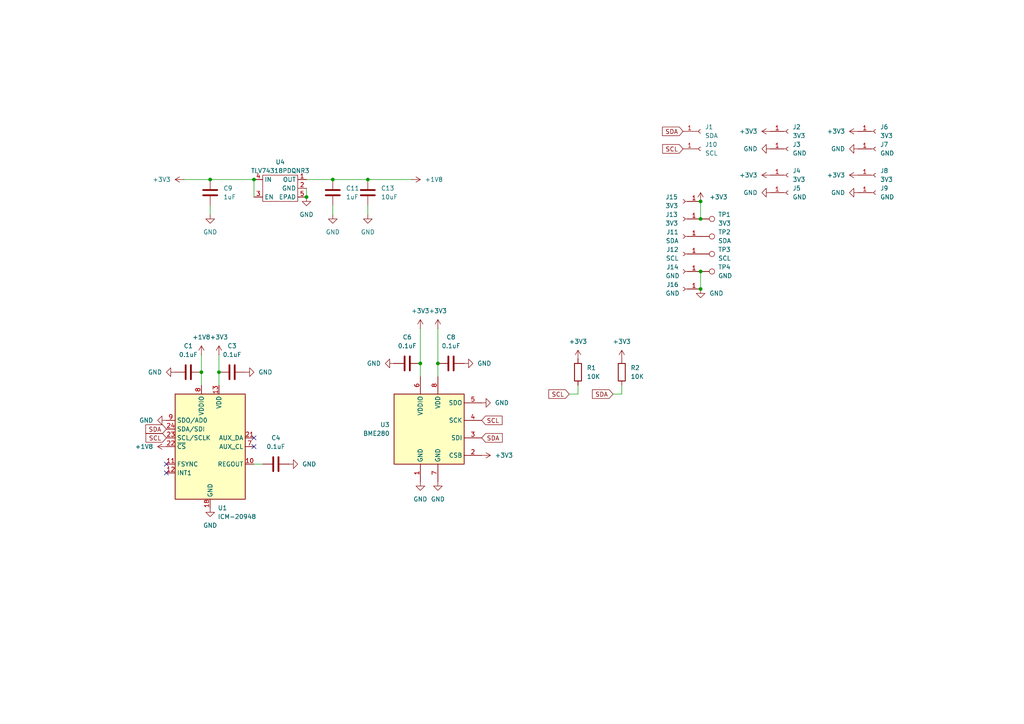
<source format=kicad_sch>
(kicad_sch (version 20231120) (generator "eeschema") (generator_version "8.0")
  (paper "A4")
  (lib_symbols
    (symbol "Connector:Conn_01x01_Socket" (pin_names (offset 1.016) hide)
      (property "Reference" "J" (at 0 2.54 0))
      (property "Value" "Conn_01x01_Socket" (at 0 -2.54 0))
      (symbol "Conn_01x01_Socket_1_1"
        (polyline (pts (xy -1.27 0) (xy -0.508 0)) (stroke (width 0.1524)))
        (arc (start 0 0.508) (mid -0.5058 0) (end 0 -0.508) (stroke (width 0.1524)))
        (pin passive line (at -5.08 0 0) (length 3.81) (name "Pin_1") (number "1"))
      )
    )
    (symbol "Connector:TestPoint" (pin_numbers hide) (pin_names (offset 0.762) hide)
      (property "Reference" "TP" (at 0 6.858 0))
      (property "Value" "TestPoint" (at 0 5.08 0))
      (symbol "TestPoint_0_1"
        (circle (center 0 3.302) (radius 0.762))
      )
      (symbol "TestPoint_1_1"
        (pin passive line (at 0 0 90) (length 2.54) (name "1") (number "1"))
      )
    )
    (symbol "Device:C" (pin_numbers hide) (pin_names (offset 0.254))
      (property "Reference" "C" (at 0.635 2.54 0))
      (property "Value" "C" (at 0.635 -2.54 0))
      (symbol "C_0_1"
        (polyline (pts (xy -2.032 -0.762) (xy 2.032 -0.762)) (stroke (width 0.508)))
        (polyline (pts (xy -2.032 0.762) (xy 2.032 0.762)) (stroke (width 0.508)))
      )
      (symbol "C_1_1"
        (pin passive line (at 0 3.81 270) (length 2.794) (name "~") (number "1"))
        (pin passive line (at 0 -3.81 90) (length 2.794) (name "~") (number "2"))
      )
    )
    (symbol "Device:R" (pin_numbers hide) (pin_names (offset 0))
      (property "Reference" "R" (at 2.032 0 90))
      (property "Value" "R" (at 0 0 90))
      (symbol "R_0_1"
        (rectangle (start -1.016 -2.54) (end 1.016 2.54) (stroke (width 0.254)))
      )
      (symbol "R_1_1"
        (pin passive line (at 0 3.81 270) (length 1.27) (name "~") (number "1"))
        (pin passive line (at 0 -3.81 90) (length 1.27) (name "~") (number "2"))
      )
    )
    (symbol "Sensor:BME280"
      (property "Reference" "U" (at -8.89 11.43 0))
      (property "Value" "BME280" (at 7.62 11.43 0))
      (symbol "BME280_0_1"
        (rectangle (start -10.16 10.16) (end 10.16 -10.16) (stroke (width 0.254)) (fill (type background)))
      )
      (symbol "BME280_1_1"
        (pin power_in line (at -2.54 -15.24 90) (length 5.08) (name "GND") (number "1"))
        (pin input line (at 15.24 -7.62 180) (length 5.08) (name "CSB") (number "2"))
        (pin bidirectional line (at 15.24 -2.54 180) (length 5.08) (name "SDI") (number "3"))
        (pin input line (at 15.24 2.54 180) (length 5.08) (name "SCK") (number "4"))
        (pin bidirectional line (at 15.24 7.62 180) (length 5.08) (name "SDO") (number "5"))
        (pin power_in line (at -2.54 15.24 270) (length 5.08) (name "VDDIO") (number "6"))
        (pin power_in line (at 2.54 -15.24 90) (length 5.08) (name "GND") (number "7"))
        (pin power_in line (at 2.54 15.24 270) (length 5.08) (name "VDD") (number "8"))
      )
    )
    (symbol "Sensor_Motion:ICM-20948"
      (property "Reference" "U" (at -11.43 16.51 0))
      (property "Value" "ICM-20948" (at 7.62 -16.51 0))
      (symbol "ICM-20948_0_1"
        (rectangle (start -10.16 15.24) (end 10.16 -15.24) (stroke (width 0.254)) (fill (type background)))
      )
      (symbol "ICM-20948_1_1"
        (pin no_connect line (at -10.16 12.7 0) (length 2.54) hide (name "NC") (number "1"))
        (pin passive line (at 12.7 -5.08 180) (length 2.54) (name "REGOUT") (number "10"))
        (pin input line (at -12.7 -5.08 0) (length 2.54) (name "FSYNC") (number "11"))
        (pin output line (at -12.7 -7.62 0) (length 2.54) (name "INT1") (number "12"))
        (pin power_in line (at 2.54 17.78 270) (length 2.54) (name "VDD") (number "13"))
        (pin no_connect line (at 10.16 7.62 180) (length 2.54) hide (name "NC") (number "14"))
        (pin no_connect line (at 10.16 5.08 180) (length 2.54) hide (name "NC") (number "15"))
        (pin no_connect line (at 10.16 -7.62 180) (length 2.54) hide (name "NC") (number "16"))
        (pin no_connect line (at 10.16 -10.16 180) (length 2.54) hide (name "NC") (number "17"))
        (pin power_in line (at 0 -17.78 90) (length 2.54) (name "GND") (number "18"))
        (pin no_connect line (at 10.16 -12.7 180) (length 2.54) hide (name "RESV") (number "19"))
        (pin no_connect line (at -10.16 10.16 0) (length 2.54) hide (name "NC") (number "2"))
        (pin passive line (at 0 -17.78 90) (length 2.54) hide (name "GND") (number "20"))
        (pin bidirectional line (at 12.7 2.54 180) (length 2.54) (name "AUX_DA") (number "21"))
        (pin input line (at -12.7 0 0) (length 2.54) (name "~{CS}") (number "22"))
        (pin input line (at -12.7 2.54 0) (length 2.54) (name "SCL/SCLK") (number "23"))
        (pin bidirectional line (at -12.7 5.08 0) (length 2.54) (name "SDA/SDI") (number "24"))
        (pin no_connect line (at -10.16 -2.54 0) (length 2.54) hide (name "NC") (number "3"))
        (pin no_connect line (at -10.16 -10.16 0) (length 2.54) hide (name "NC") (number "4"))
        (pin no_connect line (at -10.16 -12.7 0) (length 2.54) hide (name "NC") (number "5"))
        (pin no_connect line (at 10.16 10.16 180) (length 2.54) hide (name "NC") (number "6"))
        (pin output line (at 12.7 0 180) (length 2.54) (name "AUX_CL") (number "7"))
        (pin power_in line (at -2.54 17.78 270) (length 2.54) (name "VDDIO") (number "8"))
        (pin bidirectional line (at -12.7 7.62 0) (length 2.54) (name "SDO/AD0") (number "9"))
      )
    )
    (symbol "TLV74018PDQNR:LDO_TLV74018PDQNR_4P-X2SON"
      (property "Reference" "U" (at 0 5.08 0))
      (symbol "LDO_TLV74018PDQNR_4P-X2SON_0_1"
        (rectangle (start -5.08 3.81) (end 5.08 -3.81))
      )
      (symbol "LDO_TLV74018PDQNR_4P-X2SON_1_1"
        (pin input line (at 7.62 2.54 180) (length 2.54) (name "OUT") (number "1"))
        (pin input line (at 7.62 0 180) (length 2.54) (name "GND") (number "2"))
        (pin input line (at -7.62 -2.54 0) (length 2.54) (name "EN") (number "3"))
        (pin input line (at -7.62 2.54 0) (length 2.54) (name "IN") (number "4"))
        (pin input line (at 7.62 -2.54 180) (length 2.54) (name "EPAD") (number "5"))
      )
    )
    (symbol "power:+1V8" (power) (pin_numbers hide) (pin_names (offset 0) hide)
      (property "Value" "+1V8" (at 0 3.556 0))
      (symbol "+1V8_0_1"
        (polyline (pts (xy -0.762 1.27) (xy 0 2.54)))
        (polyline (pts (xy 0 0) (xy 0 2.54)))
        (polyline (pts (xy 0 2.54) (xy 0.762 1.27)))
      )
      (symbol "+1V8_1_1"
        (pin power_in line (at 0 0 90) (length 0) (name "~") (number "1"))
      )
    )
    (symbol "power:+3V3" (power) (pin_numbers hide) (pin_names (offset 0) hide)
      (property "Value" "+3V3" (at 0 3.556 0))
      (symbol "+3V3_0_1"
        (polyline (pts (xy -0.762 1.27) (xy 0 2.54)))
        (polyline (pts (xy 0 0) (xy 0 2.54)))
        (polyline (pts (xy 0 2.54) (xy 0.762 1.27)))
      )
      (symbol "+3V3_1_1"
        (pin power_in line (at 0 0 90) (length 0) (name "~") (number "1"))
      )
    )
    (symbol "power:GND" (power) (pin_numbers hide) (pin_names (offset 0) hide)
      (property "Value" "GND" (at 0 -3.81 0))
      (symbol "GND_0_1"
        (polyline (pts (xy 0 0) (xy 0 -1.27) (xy 1.27 -1.27) (xy 0 -2.54) (xy -1.27 -1.27) (xy 0 -1.27)))
      )
      (symbol "GND_1_1"
        (pin power_in line (at 0 0 270) (length 0) (name "~") (number "1"))
      )
    )
  )
  (junction (at 88.9 57.15))
  (junction (at 96.52 52.07))
  (junction (at 60.96 52.07))
  (junction (at 203.2 83.82))
  (junction (at 63.5 107.95))
  (junction (at 58.42 107.95))
  (junction (at 106.68 52.07))
  (junction (at 127 105.41))
  (junction (at 203.2 78.74))
  (junction (at 203.2 63.5))
  (junction (at 121.92 105.41))
  (junction (at 73.66 52.07))
  (junction (at 203.2 58.42))
  (no_connect (at 73.66 127))
  (no_connect (at 48.26 137.16))
  (no_connect (at 73.66 129.54))
  (no_connect (at 48.26 134.62))
  (wire (pts (xy 167.64 114.3) (xy 167.64 111.76)))
  (wire (pts (xy 88.9 52.07) (xy 96.52 52.07)))
  (wire (pts (xy 63.5 107.95) (xy 63.5 111.76)))
  (wire (pts (xy 73.66 52.07) (xy 73.66 57.15)))
  (wire (pts (xy 203.2 58.42) (xy 203.2 63.5)))
  (wire (pts (xy 106.68 59.69) (xy 106.68 62.23)))
  (wire (pts (xy 58.42 102.87) (xy 58.42 107.95)))
  (wire (pts (xy 60.96 59.69) (xy 60.96 62.23)))
  (wire (pts (xy 96.52 52.07) (xy 106.68 52.07)))
  (wire (pts (xy 127 105.41) (xy 127 109.22)))
  (wire (pts (xy 121.92 95.25) (xy 121.92 105.41)))
  (wire (pts (xy 76.2 134.62) (xy 73.66 134.62)))
  (wire (pts (xy 203.2 78.74) (xy 203.2 83.82)))
  (wire (pts (xy 165.1 114.3) (xy 167.64 114.3)))
  (wire (pts (xy 180.34 114.3) (xy 180.34 111.76)))
  (wire (pts (xy 63.5 102.87) (xy 63.5 107.95)))
  (wire (pts (xy 53.34 52.07) (xy 60.96 52.07)))
  (wire (pts (xy 96.52 59.69) (xy 96.52 62.23)))
  (wire (pts (xy 106.68 52.07) (xy 119.38 52.07)))
  (wire (pts (xy 58.42 107.95) (xy 58.42 111.76)))
  (wire (pts (xy 177.8 114.3) (xy 180.34 114.3)))
  (wire (pts (xy 60.96 52.07) (xy 73.66 52.07)))
  (wire (pts (xy 121.92 105.41) (xy 121.92 109.22)))
  (wire (pts (xy 88.9 54.61) (xy 88.9 57.15)))
  (wire (pts (xy 127 95.25) (xy 127 105.41)))
  (global_label "SDA" (shape input) (at 139.7 127 0) (property "Intersheetrefs" "${INTERSHEET_REFS}" (effects (hide yes))))
  (global_label "SDA" (shape input) (at 48.26 124.46 180) (property "Intersheetrefs" "${INTERSHEET_REFS}" (effects (hide yes))))
  (global_label "SCL" (shape input) (at 139.7 121.92 0) (property "Intersheetrefs" "${INTERSHEET_REFS}" (effects (hide yes))))
  (global_label "SCL" (shape input) (at 165.1 114.3 180) (property "Intersheetrefs" "${INTERSHEET_REFS}" (effects (hide yes))))
  (global_label "SCL" (shape input) (at 198.12 43.18 180) (property "Intersheetrefs" "${INTERSHEET_REFS}" (effects (hide yes))))
  (global_label "SCL" (shape input) (at 48.26 127 180) (property "Intersheetrefs" "${INTERSHEET_REFS}" (effects (hide yes))))
  (global_label "SDA" (shape input) (at 198.12 38.1 180) (property "Intersheetrefs" "${INTERSHEET_REFS}" (effects (hide yes))))
  (global_label "SDA" (shape input) (at 177.8 114.3 180) (property "Intersheetrefs" "${INTERSHEET_REFS}" (effects (hide yes))))
  (symbol (lib_id "Connector:Conn_01x01_Socket") (at 203.2 43.18 0) (unit 1)
    (property "Reference" "J10" (at 204.47 41.9099 0) (effects (justify left)))
    (property "Value" "SCL" (at 204.47 44.4499 0) (effects (justify left)))
    (property "Footprint" "Custom Connectors:1mm Pads" (effects (hide yes)))
    (property "Description" "Generic connector, single row, 01x01, script generated" (effects (hide yes)))
  )
  (symbol (lib_id "power:GND") (at 127 139.7 0) (unit 1)
    (property "Reference" "#PWR012" (effects (hide yes)))
    (property "Value" "GND" (at 127 144.78 0))
    (property "Description" "Power symbol creates a global label with name \"GND\" , ground" (effects (hide yes)))
  )
  (symbol (lib_id "power:GND") (at 223.52 43.18 270) (unit 1)
    (property "Reference" "#PWR027" (effects (hide yes)))
    (property "Value" "GND" (at 219.71 43.1799 90) (effects (justify right)))
    (property "Description" "Power symbol creates a global label with name \"GND\" , ground" (effects (hide yes)))
  )
  (symbol (lib_id "Device:R") (at 180.34 107.95 0) (unit 1)
    (property "Reference" "R2" (at 182.88 106.6799 0) (effects (justify left)))
    (property "Value" "10K" (at 182.88 109.2199 0) (effects (justify left)))
    (property "Footprint" "Resistor_SMD:R_0402_1005Metric" (effects (hide yes)))
    (property "Description" "Resistor" (effects (hide yes)))
    (property "LCSC" "C25744" (effects (hide yes)))
  )
  (symbol (lib_id "Device:C") (at 130.81 105.41 90) (unit 1)
    (property "Reference" "C8" (at 130.81 97.79 90))
    (property "Value" "0.1uF" (at 130.81 100.33 90))
    (property "Footprint" "Capacitor_SMD:C_0402_1005Metric" (effects (hide yes)))
    (property "Description" "Unpolarized capacitor" (effects (hide yes)))
    (property "LCSC" "C1525" (effects (hide yes)))
  )
  (symbol (lib_id "power:+3V3") (at 63.5 102.87 0) (unit 1)
    (property "Reference" "#PWR024" (effects (hide yes)))
    (property "Value" "+3V3" (at 63.5 97.79 0))
    (property "Description" "Power symbol creates a global label with name \"+3V3\"" (effects (hide yes)))
  )
  (symbol (lib_id "power:+3V3") (at 127 95.25 0) (unit 1)
    (property "Reference" "#PWR011" (effects (hide yes)))
    (property "Value" "+3V3" (at 127 90.17 0))
    (property "Description" "Power symbol creates a global label with name \"+3V3\"" (effects (hide yes)))
  )
  (symbol (lib_id "power:GND") (at 60.96 62.23 0) (unit 1)
    (property "Reference" "#PWR015" (effects (hide yes)))
    (property "Value" "GND" (at 60.96 67.31 0))
    (property "Description" "Power symbol creates a global label with name \"GND\" , ground" (effects (hide yes)))
  )
  (symbol (lib_id "power:+3V3") (at 203.2 58.42 0) (unit 1)
    (property "Reference" "#PWR033" (effects (hide yes)))
    (property "Value" "+3V3" (at 205.74 57.1499 0) (effects (justify left)))
    (property "Description" "Power symbol creates a global label with name \"+3V3\"" (effects (hide yes)))
  )
  (symbol (lib_id "Device:C") (at 118.11 105.41 90) (unit 1)
    (property "Reference" "C6" (at 118.11 97.79 90))
    (property "Value" "0.1uF" (at 118.11 100.33 90))
    (property "Footprint" "Capacitor_SMD:C_0402_1005Metric" (effects (hide yes)))
    (property "Description" "Unpolarized capacitor" (effects (hide yes)))
    (property "LCSC" "C1525" (effects (hide yes)))
  )
  (symbol (lib_id "power:GND") (at 106.68 62.23 0) (unit 1)
    (property "Reference" "#PWR019" (effects (hide yes)))
    (property "Value" "GND" (at 106.68 67.31 0))
    (property "Description" "Power symbol creates a global label with name \"GND\" , ground" (effects (hide yes)))
  )
  (symbol (lib_id "power:GND") (at 121.92 139.7 0) (unit 1)
    (property "Reference" "#PWR010" (effects (hide yes)))
    (property "Value" "GND" (at 121.92 144.78 0))
    (property "Description" "Power symbol creates a global label with name \"GND\" , ground" (effects (hide yes)))
  )
  (symbol (lib_id "power:+1V8") (at 58.42 102.87 0) (unit 1)
    (property "Reference" "#PWR04" (effects (hide yes)))
    (property "Value" "+1V8" (at 58.42 97.79 0))
    (property "Description" "Power symbol creates a global label with name \"+1V8\"" (effects (hide yes)))
  )
  (symbol (lib_id "Connector:Conn_01x01_Socket") (at 254 50.8 0) (unit 1)
    (property "Reference" "J8" (at 255.27 49.5299 0) (effects (justify left)))
    (property "Value" "3V3" (at 255.27 52.0699 0) (effects (justify left)))
    (property "Footprint" "Custom Connectors:1mm Pads" (effects (hide yes)))
    (property "Description" "Generic connector, single row, 01x01, script generated" (effects (hide yes)))
  )
  (symbol (lib_id "power:GND") (at 139.7 116.84 90) (unit 1)
    (property "Reference" "#PWR014" (effects (hide yes)))
    (property "Value" "GND" (at 143.51 116.8399 90) (effects (justify right)))
    (property "Description" "Power symbol creates a global label with name \"GND\" , ground" (effects (hide yes)))
  )
  (symbol (lib_id "Connector:Conn_01x01_Socket") (at 198.12 83.82 180) (unit 1)
    (property "Reference" "J16" (at 195.072 82.55 0))
    (property "Value" "GND" (at 195.072 85.09 0))
    (property "Footprint" "Custom Connectors:1mm Pads" (effects (hide yes)))
    (property "Description" "Generic connector, single row, 01x01, script generated" (effects (hide yes)))
  )
  (symbol (lib_id "power:GND") (at 134.62 105.41 90) (unit 1)
    (property "Reference" "#PWR013" (effects (hide yes)))
    (property "Value" "GND" (at 138.43 105.4099 90) (effects (justify right)))
    (property "Description" "Power symbol creates a global label with name \"GND\" , ground" (effects (hide yes)))
  )
  (symbol (lib_id "Connector:Conn_01x01_Socket") (at 254 43.18 0) (unit 1)
    (property "Reference" "J7" (at 255.27 41.9099 0) (effects (justify left)))
    (property "Value" "GND" (at 255.27 44.4499 0) (effects (justify left)))
    (property "Footprint" "Custom Connectors:1mm Pads" (effects (hide yes)))
    (property "Description" "Generic connector, single row, 01x01, script generated" (effects (hide yes)))
  )
  (symbol (lib_id "Device:C") (at 80.01 134.62 90) (unit 1)
    (property "Reference" "C4" (at 80.01 127 90))
    (property "Value" "0.1uF" (at 80.01 129.54 90))
    (property "Footprint" "Capacitor_SMD:C_0402_1005Metric" (effects (hide yes)))
    (property "Description" "Unpolarized capacitor" (effects (hide yes)))
    (property "LCSC" "C1525" (effects (hide yes)))
  )
  (symbol (lib_id "Connector:TestPoint") (at 203.2 78.74 270) (unit 1)
    (property "Reference" "TP4" (at 208.28 77.4699 90) (effects (justify left)))
    (property "Value" "GND" (at 208.28 80.0099 90) (effects (justify left)))
    (property "Footprint" "Connector_PinHeader_2.54mm:PinHeader_1x01_P2.54mm_Vertical" (effects (hide yes)))
    (property "Description" "test point" (effects (hide yes)))
  )
  (symbol (lib_id "power:+3V3") (at 223.52 38.1 90) (unit 1)
    (property "Reference" "#PWR017" (effects (hide yes)))
    (property "Value" "+3V3" (at 219.71 38.0999 90) (effects (justify left)))
    (property "Description" "Power symbol creates a global label with name \"+3V3\"" (effects (hide yes)))
  )
  (symbol (lib_id "power:+3V3") (at 167.64 104.14 0) (unit 1)
    (property "Reference" "#PWR025" (effects (hide yes)))
    (property "Value" "+3V3" (at 167.64 99.06 0))
    (property "Description" "Power symbol creates a global label with name \"+3V3\"" (effects (hide yes)))
  )
  (symbol (lib_id "power:GND") (at 248.92 55.88 270) (unit 1)
    (property "Reference" "#PWR032" (effects (hide yes)))
    (property "Value" "GND" (at 245.11 55.8799 90) (effects (justify right)))
    (property "Description" "Power symbol creates a global label with name \"GND\" , ground" (effects (hide yes)))
  )
  (symbol (lib_id "Device:C") (at 60.96 55.88 0) (unit 1)
    (property "Reference" "C9" (at 64.77 54.6099 0) (effects (justify left)))
    (property "Value" "1uF" (at 64.77 57.1499 0) (effects (justify left)))
    (property "Footprint" "Resistor_SMD:R_0402_1005Metric" (effects (hide yes)))
    (property "Description" "Unpolarized capacitor" (effects (hide yes)))
    (property "LCSC" "C52923" (effects (hide yes)))
  )
  (symbol (lib_id "power:GND") (at 71.12 107.95 90) (unit 1)
    (property "Reference" "#PWR05" (effects (hide yes)))
    (property "Value" "GND" (at 74.93 107.9499 90) (effects (justify right)))
    (property "Description" "Power symbol creates a global label with name \"GND\" , ground" (effects (hide yes)))
  )
  (symbol (lib_id "power:+3V3") (at 248.92 38.1 90) (unit 1)
    (property "Reference" "#PWR029" (effects (hide yes)))
    (property "Value" "+3V3" (at 245.11 38.0999 90) (effects (justify left)))
    (property "Description" "Power symbol creates a global label with name \"+3V3\"" (effects (hide yes)))
  )
  (symbol (lib_id "power:GND") (at 50.8 107.95 270) (unit 1)
    (property "Reference" "#PWR02" (effects (hide yes)))
    (property "Value" "GND" (at 46.99 107.9499 90) (effects (justify right)))
    (property "Description" "Power symbol creates a global label with name \"GND\" , ground" (effects (hide yes)))
  )
  (symbol (lib_id "power:+3V3") (at 180.34 104.14 0) (unit 1)
    (property "Reference" "#PWR026" (effects (hide yes)))
    (property "Value" "+3V3" (at 180.34 99.06 0))
    (property "Description" "Power symbol creates a global label with name \"+3V3\"" (effects (hide yes)))
  )
  (symbol (lib_id "power:GND") (at 88.9 57.15 0) (unit 1)
    (property "Reference" "#PWR016" (effects (hide yes)))
    (property "Value" "GND" (at 88.9 62.23 0))
    (property "Description" "Power symbol creates a global label with name \"GND\" , ground" (effects (hide yes)))
  )
  (symbol (lib_id "Connector:Conn_01x01_Socket") (at 198.12 58.42 180) (unit 1)
    (property "Reference" "J15" (at 194.818 57.15 0))
    (property "Value" "3V3" (at 194.818 59.69 0))
    (property "Footprint" "Custom Connectors:1mm Pads" (effects (hide yes)))
    (property "Description" "Generic connector, single row, 01x01, script generated" (effects (hide yes)))
  )
  (symbol (lib_id "Sensor_Motion:ICM-20948") (at 60.96 129.54 0) (unit 1)
    (property "Reference" "U1" (at 63.1541 147.32 0) (effects (justify left)))
    (property "Value" "ICM-20948" (at 63.1541 149.86 0) (effects (justify left)))
    (property "Footprint" "Sensor_Motion:InvenSense_QFN-24_3x3mm_P0.4mm" (effects (hide yes)))
    (property "Datasheet" "http://www.invensense.com/wp-content/uploads/2016/06/DS-000189-ICM-20948-v1.3.pdf" (effects (hide yes)))
    (property "Description" "InvenSense 9-Axis Motion Sensor, Accelerometer, Gyroscope, Compass, I2C/SPI, QFN-24" (effects (hide yes)))
    (property "LCSC" "C726001" (effects (hide yes)))
  )
  (symbol (lib_id "power:+1V8") (at 48.26 129.54 90) (unit 1)
    (property "Reference" "#PWR06" (effects (hide yes)))
    (property "Value" "+1V8" (at 44.45 129.5399 90) (effects (justify left)))
    (property "Description" "Power symbol creates a global label with name \"+1V8\"" (effects (hide yes)))
  )
  (symbol (lib_id "TLV74018PDQNR:LDO_TLV74018PDQNR_4P-X2SON") (at 81.28 54.61 0) (unit 1)
    (property "Reference" "U4" (at 81.28 46.99 0))
    (property "Value" "TLV74318PDQNR3" (at 81.28 49.53 0))
    (property "Footprint" "Package_DFN_QFN:UDFN-4-1EP_1x1mm_P0.65mm_EP0.48x0.48mm" (effects (hide yes)))
    (property "LCSC" "C2860843" (effects (hide yes)))
  )
  (symbol (lib_id "power:GND") (at 96.52 62.23 0) (unit 1)
    (property "Reference" "#PWR018" (effects (hide yes)))
    (property "Value" "GND" (at 96.52 67.31 0))
    (property "Description" "Power symbol creates a global label with name \"GND\" , ground" (effects (hide yes)))
  )
  (symbol (lib_id "power:+3V3") (at 139.7 132.08 270) (unit 1)
    (property "Reference" "#PWR08" (effects (hide yes)))
    (property "Value" "+3V3" (at 143.51 132.0799 90) (effects (justify left)))
    (property "Description" "Power symbol creates a global label with name \"+3V3\"" (effects (hide yes)))
  )
  (symbol (lib_id "Connector:Conn_01x01_Socket") (at 228.6 50.8 0) (unit 1)
    (property "Reference" "J4" (at 229.87 49.5299 0) (effects (justify left)))
    (property "Value" "3V3" (at 229.87 52.0699 0) (effects (justify left)))
    (property "Footprint" "Custom Connectors:1mm Pads" (effects (hide yes)))
    (property "Description" "Generic connector, single row, 01x01, script generated" (effects (hide yes)))
  )
  (symbol (lib_id "power:+3V3") (at 248.92 50.8 90) (unit 1)
    (property "Reference" "#PWR031" (effects (hide yes)))
    (property "Value" "+3V3" (at 245.11 50.7999 90) (effects (justify left)))
    (property "Description" "Power symbol creates a global label with name \"+3V3\"" (effects (hide yes)))
  )
  (symbol (lib_id "power:GND") (at 83.82 134.62 90) (unit 1)
    (property "Reference" "#PWR07" (effects (hide yes)))
    (property "Value" "GND" (at 87.63 134.6199 90) (effects (justify right)))
    (property "Description" "Power symbol creates a global label with name \"GND\" , ground" (effects (hide yes)))
  )
  (symbol (lib_id "Connector:TestPoint") (at 203.2 63.5 270) (unit 1)
    (property "Reference" "TP1" (at 208.28 62.2299 90) (effects (justify left)))
    (property "Value" "3V3" (at 208.28 64.7699 90) (effects (justify left)))
    (property "Footprint" "Connector_PinHeader_2.54mm:PinHeader_1x01_P2.54mm_Vertical" (effects (hide yes)))
    (property "Description" "test point" (effects (hide yes)))
  )
  (symbol (lib_id "Connector:Conn_01x01_Socket") (at 254 38.1 0) (unit 1)
    (property "Reference" "J6" (at 255.27 36.8299 0) (effects (justify left)))
    (property "Value" "3V3" (at 255.27 39.3699 0) (effects (justify left)))
    (property "Footprint" "Custom Connectors:1mm Pads" (effects (hide yes)))
    (property "Description" "Generic connector, single row, 01x01, script generated" (effects (hide yes)))
  )
  (symbol (lib_id "Device:C") (at 67.31 107.95 90) (unit 1)
    (property "Reference" "C3" (at 67.31 100.33 90))
    (property "Value" "0.1uF" (at 67.31 102.87 90))
    (property "Footprint" "Capacitor_SMD:C_0402_1005Metric" (effects (hide yes)))
    (property "Description" "Unpolarized capacitor" (effects (hide yes)))
    (property "LCSC" "C1525" (effects (hide yes)))
  )
  (symbol (lib_id "Connector:Conn_01x01_Socket") (at 198.12 73.66 180) (unit 1)
    (property "Reference" "J12" (at 196.85 72.39 0) (effects (justify left)))
    (property "Value" "SCL" (at 196.85 74.93 0) (effects (justify left)))
    (property "Footprint" "Custom Connectors:1mm Pads" (effects (hide yes)))
    (property "Description" "Generic connector, single row, 01x01, script generated" (effects (hide yes)))
  )
  (symbol (lib_id "Device:R") (at 167.64 107.95 0) (unit 1)
    (property "Reference" "R1" (at 170.18 106.6799 0) (effects (justify left)))
    (property "Value" "10K" (at 170.18 109.2199 0) (effects (justify left)))
    (property "Footprint" "Resistor_SMD:R_0402_1005Metric" (effects (hide yes)))
    (property "Description" "Resistor" (effects (hide yes)))
    (property "LCSC" "C25744" (effects (hide yes)))
  )
  (symbol (lib_id "Connector:Conn_01x01_Socket") (at 228.6 38.1 0) (unit 1)
    (property "Reference" "J2" (at 229.87 36.8299 0) (effects (justify left)))
    (property "Value" "3V3" (at 229.87 39.3699 0) (effects (justify left)))
    (property "Footprint" "Custom Connectors:1mm Pads" (effects (hide yes)))
    (property "Description" "Generic connector, single row, 01x01, script generated" (effects (hide yes)))
  )
  (symbol (lib_id "Connector:TestPoint") (at 203.2 68.58 270) (unit 1)
    (property "Reference" "TP2" (at 208.28 67.3099 90) (effects (justify left)))
    (property "Value" "SDA" (at 208.28 69.8499 90) (effects (justify left)))
    (property "Footprint" "Connector_PinHeader_2.54mm:PinHeader_1x01_P2.54mm_Vertical" (effects (hide yes)))
    (property "Description" "test point" (effects (hide yes)))
  )
  (symbol (lib_id "power:GND") (at 60.96 147.32 0) (unit 1)
    (property "Reference" "#PWR03" (effects (hide yes)))
    (property "Value" "GND" (at 60.96 152.4 0))
    (property "Description" "Power symbol creates a global label with name \"GND\" , ground" (effects (hide yes)))
  )
  (symbol (lib_id "power:+3V3") (at 53.34 52.07 90) (unit 1)
    (property "Reference" "#PWR020" (effects (hide yes)))
    (property "Value" "+3V3" (at 49.53 52.0699 90) (effects (justify left)))
    (property "Description" "Power symbol creates a global label with name \"+3V3\"" (effects (hide yes)))
  )
  (symbol (lib_id "Device:C") (at 106.68 55.88 0) (unit 1)
    (property "Reference" "C13" (at 110.49 54.6099 0) (effects (justify left)))
    (property "Value" "10uF" (at 110.49 57.1499 0) (effects (justify left)))
    (property "Footprint" "Capacitor_SMD:C_0402_1005Metric" (effects (hide yes)))
    (property "Description" "Unpolarized capacitor" (effects (hide yes)))
    (property "LCSC" "C15525" (effects (hide yes)))
  )
  (symbol (lib_id "Connector:Conn_01x01_Socket") (at 203.2 38.1 0) (unit 1)
    (property "Reference" "J1" (at 204.47 36.8299 0) (effects (justify left)))
    (property "Value" "SDA" (at 204.47 39.3699 0) (effects (justify left)))
    (property "Footprint" "Custom Connectors:1mm Pads" (effects (hide yes)))
    (property "Description" "Generic connector, single row, 01x01, script generated" (effects (hide yes)))
  )
  (symbol (lib_id "power:GND") (at 48.26 121.92 270) (unit 1)
    (property "Reference" "#PWR01" (effects (hide yes)))
    (property "Value" "GND" (at 44.45 121.9199 90) (effects (justify right)))
    (property "Description" "Power symbol creates a global label with name \"GND\" , ground" (effects (hide yes)))
  )
  (symbol (lib_id "Connector:Conn_01x01_Socket") (at 198.12 63.5 180) (unit 1)
    (property "Reference" "J13" (at 194.818 62.23 0))
    (property "Value" "3V3" (at 194.818 64.77 0))
    (property "Footprint" "Custom Connectors:1mm Pads" (effects (hide yes)))
    (property "Description" "Generic connector, single row, 01x01, script generated" (effects (hide yes)))
  )
  (symbol (lib_id "Connector:Conn_01x01_Socket") (at 198.12 68.58 180) (unit 1)
    (property "Reference" "J11" (at 196.85 67.31 0) (effects (justify left)))
    (property "Value" "SDA" (at 196.85 69.85 0) (effects (justify left)))
    (property "Footprint" "Custom Connectors:1mm Pads" (effects (hide yes)))
    (property "Description" "Generic connector, single row, 01x01, script generated" (effects (hide yes)))
  )
  (symbol (lib_id "power:+3V3") (at 223.52 50.8 90) (unit 1)
    (property "Reference" "#PWR022" (effects (hide yes)))
    (property "Value" "+3V3" (at 219.71 50.7999 90) (effects (justify left)))
    (property "Description" "Power symbol creates a global label with name \"+3V3\"" (effects (hide yes)))
  )
  (symbol (lib_id "Sensor:BME280") (at 124.46 124.46 0) (unit 1)
    (property "Reference" "U3" (at 113.03 123.1899 0) (effects (justify right)))
    (property "Value" "BME280" (at 113.03 125.7299 0) (effects (justify right)))
    (property "Footprint" "Package_LGA:Bosch_LGA-8_2.5x2.5mm_P0.65mm_ClockwisePinNumbering" (effects (hide yes)))
    (property "Datasheet" "https://www.bosch-sensortec.com/media/boschsensortec/downloads/datasheets/bst-bme280-ds002.pdf" (effects (hide yes)))
    (property "Description" "3-in-1 sensor, humidity, pressure, temperature, I2C and SPI interface, 1.71-3.6V, LGA-8" (effects (hide yes)))
    (property "LCSC" "C92489" (effects (hide yes)))
  )
  (symbol (lib_id "Connector:Conn_01x01_Socket") (at 228.6 55.88 0) (unit 1)
    (property "Reference" "J5" (at 229.87 54.6099 0) (effects (justify left)))
    (property "Value" "GND" (at 229.87 57.1499 0) (effects (justify left)))
    (property "Footprint" "Custom Connectors:1mm Pads" (effects (hide yes)))
    (property "Description" "Generic connector, single row, 01x01, script generated" (effects (hide yes)))
  )
  (symbol (lib_id "Connector:Conn_01x01_Socket") (at 228.6 43.18 0) (unit 1)
    (property "Reference" "J3" (at 229.87 41.9099 0) (effects (justify left)))
    (property "Value" "GND" (at 229.87 44.4499 0) (effects (justify left)))
    (property "Footprint" "Custom Connectors:1mm Pads" (effects (hide yes)))
    (property "Description" "Generic connector, single row, 01x01, script generated" (effects (hide yes)))
  )
  (symbol (lib_id "power:GND") (at 203.2 83.82 0) (unit 1)
    (property "Reference" "#PWR034" (effects (hide yes)))
    (property "Value" "GND" (at 205.74 85.0899 0) (effects (justify left)))
    (property "Description" "Power symbol creates a global label with name \"GND\" , ground" (effects (hide yes)))
  )
  (symbol (lib_id "power:+1V8") (at 119.38 52.07 270) (unit 1)
    (property "Reference" "#PWR021" (effects (hide yes)))
    (property "Value" "+1V8" (at 123.19 52.0699 90) (effects (justify left)))
    (property "Description" "Power symbol creates a global label with name \"+1V8\"" (effects (hide yes)))
  )
  (symbol (lib_id "power:GND") (at 223.52 55.88 270) (unit 1)
    (property "Reference" "#PWR028" (effects (hide yes)))
    (property "Value" "GND" (at 219.71 55.8799 90) (effects (justify right)))
    (property "Description" "Power symbol creates a global label with name \"GND\" , ground" (effects (hide yes)))
  )
  (symbol (lib_id "Connector:Conn_01x01_Socket") (at 198.12 78.74 180) (unit 1)
    (property "Reference" "J14" (at 195.072 77.47 0))
    (property "Value" "GND" (at 195.072 80.01 0))
    (property "Footprint" "Custom Connectors:1mm Pads" (effects (hide yes)))
    (property "Description" "Generic connector, single row, 01x01, script generated" (effects (hide yes)))
  )
  (symbol (lib_id "power:+3V3") (at 121.92 95.25 0) (unit 1)
    (property "Reference" "#PWR023" (effects (hide yes)))
    (property "Value" "+3V3" (at 121.92 90.17 0))
    (property "Description" "Power symbol creates a global label with name \"+3V3\"" (effects (hide yes)))
  )
  (symbol (lib_id "Connector:Conn_01x01_Socket") (at 254 55.88 0) (unit 1)
    (property "Reference" "J9" (at 255.27 54.6099 0) (effects (justify left)))
    (property "Value" "GND" (at 255.27 57.1499 0) (effects (justify left)))
    (property "Footprint" "Custom Connectors:1mm Pads" (effects (hide yes)))
    (property "Description" "Generic connector, single row, 01x01, script generated" (effects (hide yes)))
  )
  (symbol (lib_id "Device:C") (at 54.61 107.95 90) (unit 1)
    (property "Reference" "C1" (at 54.61 100.33 90))
    (property "Value" "0.1uF" (at 54.61 102.87 90))
    (property "Footprint" "Capacitor_SMD:C_0402_1005Metric" (effects (hide yes)))
    (property "Description" "Unpolarized capacitor" (effects (hide yes)))
    (property "LCSC" "C1525" (effects (hide yes)))
  )
  (symbol (lib_id "Connector:TestPoint") (at 203.2 73.66 270) (unit 1)
    (property "Reference" "TP3" (at 208.28 72.3899 90) (effects (justify left)))
    (property "Value" "SCL" (at 208.28 74.9299 90) (effects (justify left)))
    (property "Footprint" "Connector_PinHeader_2.54mm:PinHeader_1x01_P2.54mm_Vertical" (effects (hide yes)))
    (property "Description" "test point" (effects (hide yes)))
  )
  (symbol (lib_id "power:GND") (at 114.3 105.41 270) (unit 1)
    (property "Reference" "#PWR09" (effects (hide yes)))
    (property "Value" "GND" (at 110.49 105.4099 90) (effects (justify right)))
    (property "Description" "Power symbol creates a global label with name \"GND\" , ground" (effects (hide yes)))
  )
  (symbol (lib_id "Device:C") (at 96.52 55.88 0) (unit 1)
    (property "Reference" "C11" (at 100.33 54.6099 0) (effects (justify left)))
    (property "Value" "1uF" (at 100.33 57.1499 0) (effects (justify left)))
    (property "Footprint" "Resistor_SMD:R_0402_1005Metric" (effects (hide yes)))
    (property "Description" "Unpolarized capacitor" (effects (hide yes)))
    (property "LCSC" "C52923" (effects (hide yes)))
  )
  (symbol (lib_id "power:GND") (at 248.92 43.18 270) (unit 1)
    (property "Reference" "#PWR030" (effects (hide yes)))
    (property "Value" "GND" (at 245.11 43.1799 90) (effects (justify right)))
    (property "Description" "Power symbol creates a global label with name \"GND\" , ground" (effects (hide yes)))
  )
)
</source>
